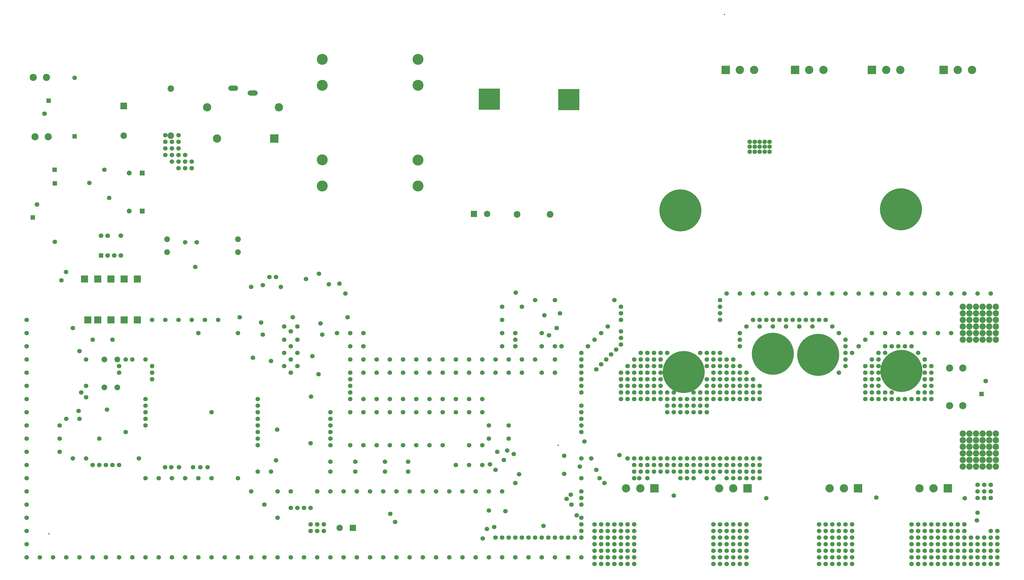
<source format=gbr>
G04 EAGLE Gerber RS-274X export*
G75*
%MOMM*%
%FSLAX34Y34*%
%LPD*%
%INSoldermask Bottom*%
%IPPOS*%
%AMOC8*
5,1,8,0,0,1.08239X$1,22.5*%
G01*
%ADD10C,0.553200*%
%ADD11C,2.203200*%
%ADD12R,1.879600X1.879600*%
%ADD13C,1.879600*%
%ADD14R,1.753200X1.753200*%
%ADD15C,1.753200*%
%ADD16R,1.803200X1.803200*%
%ADD17C,1.803200*%
%ADD18R,3.203200X3.203200*%
%ADD19C,3.203200*%
%ADD20C,2.603200*%
%ADD21C,16.203200*%
%ADD22R,2.743200X2.743200*%
%ADD23C,2.003200*%
%ADD24C,2.743200*%
%ADD25C,2.403200*%
%ADD26C,2.453200*%
%ADD27C,4.219200*%
%ADD28R,2.503200X2.503200*%
%ADD29C,2.503200*%
%ADD30R,2.453200X2.453200*%
%ADD31R,8.203200X8.203200*%


D10*
X2734310Y2039620D03*
X2095500Y381000D03*
X135890Y39370D03*
D11*
X349650Y711200D03*
X399650Y711200D03*
X349650Y603250D03*
X399650Y603250D03*
D12*
X494900Y1282700D03*
D13*
X444900Y1282700D03*
D12*
X494900Y1428750D03*
D13*
X444900Y1428750D03*
D14*
X158750Y1388850D03*
D15*
X158750Y1163850D03*
D11*
X590550Y1174350D03*
X590550Y1124350D03*
X863600Y1174350D03*
X863600Y1124350D03*
D14*
X234950Y1570250D03*
D15*
X234950Y1795250D03*
D16*
X336550Y1111250D03*
D17*
X361950Y1111250D03*
X387350Y1111250D03*
X412750Y1111250D03*
X336550Y1187450D03*
X361950Y1187450D03*
X412750Y1187450D03*
D18*
X1003300Y1562100D03*
D19*
X783300Y1562100D03*
X1021300Y1682100D03*
X745300Y1682100D03*
D16*
X3723838Y578250D03*
D17*
X3739838Y628250D03*
D14*
X158450Y1441450D03*
D15*
X349550Y1441450D03*
D18*
X2739400Y1826530D03*
D19*
X2794000Y1826530D03*
X2848600Y1826530D03*
D18*
X3006100Y1826530D03*
D19*
X3060700Y1826530D03*
X3115300Y1826530D03*
D18*
X3301970Y1826530D03*
D19*
X3356570Y1826530D03*
X3411170Y1826530D03*
D18*
X3577600Y1826530D03*
D19*
X3632200Y1826530D03*
X3686800Y1826530D03*
D18*
X3248650Y214995D03*
D19*
X3194050Y214995D03*
X3139450Y214995D03*
D18*
X3593667Y214995D03*
D19*
X3539067Y214995D03*
X3484467Y214995D03*
D18*
X2465483Y214995D03*
D19*
X2410883Y214995D03*
X2356283Y214995D03*
D18*
X2823200Y214995D03*
D19*
X2768600Y214995D03*
X2714000Y214995D03*
D20*
X2063750Y1270000D03*
X1936750Y1270000D03*
D21*
X3415030Y666750D03*
X3094990Y728980D03*
X2921000Y732790D03*
X2578100Y662940D03*
X2565400Y1285240D03*
X3413760Y1289050D03*
D22*
X273050Y1021100D03*
X323850Y1021100D03*
X374650Y1021100D03*
X425450Y1021100D03*
X476250Y1021100D03*
X285750Y863600D03*
X323850Y863600D03*
X374650Y863600D03*
X425450Y863600D03*
X476250Y863600D03*
D23*
X911150Y1737000D02*
X929150Y1737000D01*
X854150Y1755500D02*
X836150Y1755500D01*
D24*
X133350Y1568450D03*
X82550Y1568450D03*
X3600450Y678226D03*
X3651250Y678226D03*
X3651250Y533036D03*
X3600450Y533036D03*
X76200Y1797050D03*
X127000Y1797050D03*
D25*
X3651250Y787400D03*
X3676650Y787400D03*
X3702050Y787400D03*
X3727450Y787400D03*
X3651250Y812800D03*
X3676650Y812800D03*
X3702050Y812800D03*
X3727450Y812800D03*
X3651250Y838200D03*
X3676650Y838200D03*
X3702050Y838200D03*
X3727450Y838200D03*
X3651250Y863600D03*
X3676650Y863600D03*
X3702050Y863600D03*
X3727450Y863600D03*
X3752850Y787400D03*
X3752850Y812800D03*
X3752850Y838200D03*
X3752850Y863600D03*
X3752850Y889000D03*
X3727450Y889000D03*
X3702050Y889000D03*
X3676650Y889000D03*
X3651250Y889000D03*
X3778250Y838200D03*
X3778250Y812800D03*
X3778250Y787400D03*
X3778250Y863600D03*
X3778250Y889000D03*
X3651250Y914400D03*
X3676650Y914400D03*
X3702050Y914400D03*
X3727450Y914400D03*
X3752850Y914400D03*
X3778250Y914400D03*
D26*
X3651250Y298450D03*
X3676650Y298450D03*
X3702050Y298450D03*
X3727450Y298450D03*
X3651250Y323850D03*
X3676650Y323850D03*
X3702050Y323850D03*
X3727450Y323850D03*
X3651250Y349250D03*
X3676650Y349250D03*
X3702050Y349250D03*
X3727450Y349250D03*
X3651250Y374650D03*
X3676650Y374650D03*
X3702050Y374650D03*
X3727450Y374650D03*
X3752850Y298450D03*
X3752850Y323850D03*
X3752850Y349250D03*
X3752850Y374650D03*
X3752850Y400050D03*
X3727450Y400050D03*
X3702050Y400050D03*
X3676650Y400050D03*
X3651250Y400050D03*
X3778250Y349250D03*
X3778250Y323850D03*
X3778250Y298450D03*
X3778250Y374650D03*
X3778250Y400050D03*
X3651250Y425450D03*
X3676650Y425450D03*
X3702050Y425450D03*
X3727450Y425450D03*
X3752850Y425450D03*
X3778250Y425450D03*
D27*
X1187450Y1866900D03*
X1187450Y1766824D03*
X1187450Y1479550D03*
X1187450Y1379474D03*
X1555750Y1478756D03*
X1555750Y1378680D03*
X1555750Y1866900D03*
X1555750Y1766824D03*
D16*
X135000Y1707750D03*
D17*
X119000Y1657750D03*
D28*
X423850Y1687200D03*
D29*
X423850Y1573200D03*
X604850Y1573200D03*
X604850Y1754200D03*
D16*
X74550Y1257700D03*
D17*
X90550Y1307700D03*
D30*
X1771436Y1271524D03*
D26*
X1822236Y1271524D03*
D30*
X1305520Y62230D03*
D26*
X1254720Y62230D03*
D31*
X1830070Y1713230D03*
X2136140Y1711960D03*
D15*
X292100Y1390650D03*
X2195830Y394970D03*
X2143760Y190500D03*
X2997200Y863600D03*
X2971800Y863600D03*
X2921000Y863600D03*
X2895600Y863600D03*
X2870200Y863600D03*
X3048000Y863600D03*
X3073400Y863600D03*
X3098800Y863600D03*
X3124200Y863600D03*
X3200400Y711200D03*
X3200400Y736600D03*
X3200400Y685800D03*
X3175000Y660400D03*
X3200400Y762000D03*
X2717800Y939800D03*
X2717800Y889000D03*
X2717800Y863600D03*
X2743200Y965200D03*
X3200400Y787400D03*
X3175000Y812800D03*
X3149600Y838200D03*
X3022600Y863600D03*
X2946400Y863600D03*
X2717800Y914400D03*
X2794000Y965200D03*
X2844800Y965200D03*
X2895600Y965200D03*
X2946400Y965200D03*
X2997200Y965200D03*
X3048000Y965200D03*
X3098800Y965200D03*
X3149600Y965200D03*
X3200400Y965200D03*
X3251200Y965200D03*
X3302000Y965200D03*
X3352800Y965200D03*
X3403600Y965200D03*
X3454400Y965200D03*
X3505200Y965200D03*
X3556000Y965200D03*
X3606800Y965200D03*
X3606800Y812800D03*
X3556000Y812800D03*
X3505200Y812800D03*
X3454400Y812800D03*
X3403600Y812800D03*
X3352800Y812800D03*
X3302000Y812800D03*
X3276600Y787400D03*
X3251200Y762000D03*
X3225800Y736600D03*
X3657600Y965200D03*
X3708400Y965200D03*
X3759200Y965200D03*
X3022600Y838200D03*
X3073400Y838200D03*
X2971800Y838200D03*
X2921000Y838200D03*
X2870200Y838200D03*
X2844800Y863600D03*
X2819400Y838200D03*
X2794000Y812800D03*
X2794000Y787400D03*
X2794000Y762000D03*
X3708400Y120650D03*
X2146300Y152400D03*
X3759200Y177800D03*
X3733800Y177800D03*
X3708400Y177800D03*
X3708400Y203200D03*
X3733800Y203200D03*
X3759200Y203200D03*
X3759200Y228600D03*
X3733800Y228600D03*
X3708400Y228600D03*
X1832610Y307340D03*
X2118360Y340360D03*
X2118360Y270510D03*
X1144270Y567690D03*
X1173480Y654050D03*
X1932225Y968475D03*
X2089150Y831850D03*
X2101850Y889000D03*
X1074420Y873760D03*
X1285240Y873760D03*
X1804670Y21590D03*
X1849120Y66040D03*
X2038350Y69850D03*
X582930Y295910D03*
X2059940Y804500D03*
X869950Y873760D03*
X607060Y295910D03*
X746760Y295910D03*
X718820Y295910D03*
X690880Y295910D03*
X636270Y295910D03*
X958850Y806450D03*
X1187450Y806450D03*
X1860550Y355600D03*
X1898650Y360680D03*
X1028700Y990600D03*
X1276350Y965200D03*
X699350Y1067650D03*
X584200Y1574800D03*
X584200Y1549400D03*
X584200Y1524000D03*
X584200Y1498600D03*
X609600Y1498600D03*
X609600Y1524000D03*
X609600Y1549400D03*
X635000Y1549400D03*
X635000Y1524000D03*
X635000Y1498600D03*
X635000Y1574800D03*
X635000Y1473200D03*
X660400Y1473200D03*
X685800Y1473200D03*
X609600Y1473200D03*
X635000Y1447800D03*
X660400Y1447800D03*
X685800Y1447800D03*
X660400Y1498600D03*
X1125220Y1021080D03*
X1174750Y1041400D03*
X914400Y990600D03*
X958850Y996950D03*
X2851150Y1549400D03*
X2870200Y1549400D03*
X2889250Y1549400D03*
X2908300Y1549400D03*
X2832100Y1549400D03*
X2832100Y1530350D03*
X2851150Y1530350D03*
X2870200Y1530350D03*
X2889250Y1530350D03*
X2908300Y1530350D03*
X2908300Y1511300D03*
X2889250Y1511300D03*
X2870200Y1511300D03*
X2851150Y1511300D03*
X2832100Y1511300D03*
X660400Y1162050D03*
X704850Y1162050D03*
X1009745Y1028700D03*
X984181Y1028700D03*
X1253490Y1003300D03*
X1212768Y1000760D03*
X2222500Y330200D03*
X3658870Y176530D03*
X2241550Y285750D03*
X3318510Y179070D03*
X2273300Y234950D03*
X2540000Y186690D03*
X2254250Y254000D03*
X2895600Y176530D03*
X3302000Y660400D03*
X3302000Y635000D03*
X3302000Y609600D03*
X3302000Y584200D03*
X3327400Y584200D03*
X3327400Y609600D03*
X3352800Y584200D03*
X3378200Y558800D03*
X3378200Y584200D03*
X3352800Y558800D03*
X3327400Y558800D03*
X3302000Y558800D03*
X3276600Y558800D03*
X3276600Y584200D03*
X3276600Y609600D03*
X3276600Y635000D03*
X3276600Y660400D03*
X3403600Y558800D03*
X3454400Y558800D03*
X3429000Y558800D03*
X3479800Y558800D03*
X3505200Y558800D03*
X3505200Y584200D03*
X3479800Y584200D03*
X3505200Y609600D03*
X3505200Y635000D03*
X3530600Y635000D03*
X3530600Y609600D03*
X3530600Y584200D03*
X3530600Y558800D03*
X3530600Y660400D03*
X3505200Y660400D03*
X3505200Y685800D03*
X3530600Y685800D03*
X3505200Y711200D03*
X3479800Y736600D03*
X3454400Y762000D03*
X3429000Y762000D03*
X3403600Y762000D03*
X3378200Y762000D03*
X3352800Y736600D03*
X3352800Y762000D03*
X3327400Y736600D03*
X3327400Y711200D03*
X3327400Y685800D03*
X3302000Y685800D03*
X3302000Y711200D03*
X3276600Y685800D03*
X3327400Y660400D03*
X3327400Y635000D03*
X2387600Y254000D03*
X2406650Y254000D03*
X2438400Y254000D03*
X2330450Y342900D03*
X2489200Y711200D03*
X2514600Y736600D03*
X2463800Y660400D03*
X2489200Y609600D03*
X2463800Y609600D03*
X2463800Y635000D03*
X2489200Y635000D03*
X2489200Y660400D03*
X2489200Y685800D03*
X2463800Y685800D03*
X2463800Y711200D03*
X2463800Y736600D03*
X2489200Y736600D03*
X2641600Y736600D03*
X2667000Y736600D03*
X2667000Y711200D03*
X2667000Y685800D03*
X2692400Y685800D03*
X2692400Y711200D03*
X2692400Y736600D03*
X2717800Y736600D03*
X2717800Y711200D03*
X2717800Y685800D03*
X2743200Y685800D03*
X2743200Y711200D03*
X2768600Y711200D03*
X2768600Y685800D03*
X2794000Y685800D03*
X2794000Y660400D03*
X2768600Y660400D03*
X2743200Y660400D03*
X2717800Y660400D03*
X2692400Y660400D03*
X2692400Y635000D03*
X2667000Y635000D03*
X2667000Y609600D03*
X2641600Y584200D03*
X2667000Y584200D03*
X2616200Y558800D03*
X2565400Y558800D03*
X2590800Y558800D03*
X2540000Y558800D03*
X2514600Y584200D03*
X2489200Y584200D03*
X2489200Y558800D03*
X2514600Y558800D03*
X2463800Y558800D03*
X2463800Y584200D03*
X2641600Y558800D03*
X2667000Y558800D03*
X2692400Y558800D03*
X2692400Y584200D03*
X2692400Y609600D03*
X2717800Y609600D03*
X2717800Y635000D03*
X2743200Y635000D03*
X2743200Y609600D03*
X2743200Y584200D03*
X2717800Y584200D03*
X2717800Y558800D03*
X2743200Y558800D03*
X2768600Y558800D03*
X2768600Y584200D03*
X2768600Y609600D03*
X2768600Y635000D03*
X2794000Y635000D03*
X2794000Y609600D03*
X2794000Y584200D03*
X2794000Y558800D03*
X2819400Y558800D03*
X2819400Y584200D03*
X2819400Y609600D03*
X2819400Y635000D03*
X2844800Y609600D03*
X2844800Y635000D03*
X2844800Y584200D03*
X2844800Y558800D03*
X2870200Y558800D03*
X2870200Y584200D03*
X2870200Y609600D03*
X2438400Y558800D03*
X2438400Y584200D03*
X2438400Y609600D03*
X2438400Y635000D03*
X2438400Y660400D03*
X2438400Y685800D03*
X2438400Y711200D03*
X2438400Y736600D03*
X2413000Y736600D03*
X2413000Y711200D03*
X2413000Y685800D03*
X2413000Y660400D03*
X2413000Y635000D03*
X2413000Y609600D03*
X2413000Y584200D03*
X2413000Y558800D03*
X2387600Y558800D03*
X2387600Y584200D03*
X2387600Y609600D03*
X2387600Y660400D03*
X2387600Y635000D03*
X2387600Y685800D03*
X2387600Y711200D03*
X2362200Y685800D03*
X2362200Y635000D03*
X2362200Y660400D03*
X2362200Y609600D03*
X2362200Y584200D03*
X2362200Y558800D03*
X2336800Y558800D03*
X2336800Y584200D03*
X2336800Y609600D03*
X2336800Y635000D03*
X2336800Y660400D03*
X2819400Y660400D03*
X2540000Y584200D03*
X2616200Y584200D03*
X2565400Y533400D03*
X2616200Y533400D03*
X2590800Y533400D03*
X2565400Y508000D03*
X2540000Y508000D03*
X2540000Y533400D03*
X2514600Y533400D03*
X2514600Y508000D03*
X2590800Y508000D03*
X2616200Y508000D03*
X2641600Y508000D03*
X2641600Y533400D03*
X2667000Y533400D03*
X2667000Y508000D03*
X2743200Y254000D03*
X2768600Y254000D03*
X2794000Y254000D03*
X2819400Y254000D03*
X2844800Y254000D03*
X2870200Y254000D03*
X2870200Y279400D03*
X2844800Y279400D03*
X2819400Y279400D03*
X2794000Y279400D03*
X2768600Y279400D03*
X2743200Y279400D03*
X2717800Y279400D03*
X2667000Y279400D03*
X2692400Y254000D03*
X2667000Y254000D03*
X2692400Y279400D03*
X2641600Y279400D03*
X2616200Y279400D03*
X2590800Y279400D03*
X2590800Y254000D03*
X2616200Y254000D03*
X2565400Y254000D03*
X2565400Y279400D03*
X2540000Y279400D03*
X2514600Y279400D03*
X2489200Y279400D03*
X2463800Y279400D03*
X2438400Y279400D03*
X2413000Y279400D03*
X2387600Y279400D03*
X2387600Y304800D03*
X2413000Y304800D03*
X2438400Y304800D03*
X2463800Y304800D03*
X2768600Y304800D03*
X2743200Y304800D03*
X2794000Y304800D03*
X2819400Y304800D03*
X2819400Y330200D03*
X2794000Y330200D03*
X2768600Y330200D03*
X2743200Y330200D03*
X2717800Y330200D03*
X2489200Y304800D03*
X2540000Y304800D03*
X2590800Y304800D03*
X2616200Y304800D03*
X2667000Y304800D03*
X2641600Y304800D03*
X2565400Y304800D03*
X2514600Y304800D03*
X2692400Y304800D03*
X2717800Y304800D03*
X2692400Y330200D03*
X2667000Y330200D03*
X2641600Y330200D03*
X2590800Y330200D03*
X2565400Y330200D03*
X2540000Y330200D03*
X2514600Y330200D03*
X2489200Y330200D03*
X2463800Y330200D03*
X2413000Y330200D03*
X2438400Y330200D03*
X2387600Y330200D03*
X2362200Y330200D03*
X2616200Y330200D03*
X2844800Y304800D03*
X2844800Y330200D03*
X2870200Y330200D03*
X2870200Y304800D03*
X1449070Y116840D03*
X1468120Y85090D03*
X1821180Y58420D03*
X1828800Y129540D03*
X1009650Y322580D03*
X1014095Y441325D03*
X254000Y742950D03*
X260350Y584200D03*
X228600Y831850D03*
X202308Y1047750D03*
X368300Y1333500D03*
X184150Y1016000D03*
X2260600Y76200D03*
X2260600Y50800D03*
X2260600Y25400D03*
X2286000Y25400D03*
X2286000Y50800D03*
X2286000Y76200D03*
X2311400Y76200D03*
X2311400Y50800D03*
X2311400Y25400D03*
X2336800Y25400D03*
X2336800Y50800D03*
X2336800Y76200D03*
X2235200Y76200D03*
X2235200Y50800D03*
X2235200Y25400D03*
X2362200Y25400D03*
X2362200Y50800D03*
X2362200Y76200D03*
X2387600Y76200D03*
X2387600Y50800D03*
X2387600Y25400D03*
X2692400Y76200D03*
X2717800Y76200D03*
X2743200Y76200D03*
X2768600Y76200D03*
X2768600Y50800D03*
X2743200Y50800D03*
X2717800Y50800D03*
X2692400Y50800D03*
X2692400Y25400D03*
X2717800Y25400D03*
X2743200Y25400D03*
X2768600Y25400D03*
X2794000Y25400D03*
X2794000Y50800D03*
X2794000Y76200D03*
X2819400Y76200D03*
X2819400Y50800D03*
X2819400Y25400D03*
X3657600Y76200D03*
X3657600Y50800D03*
X3657600Y25400D03*
X3683000Y25400D03*
X3708400Y25400D03*
X3733800Y25400D03*
X3759200Y25400D03*
X3759200Y50800D03*
X3632200Y76200D03*
X3606800Y76200D03*
X3556000Y76200D03*
X3581400Y76200D03*
X3530600Y76200D03*
X3505200Y76200D03*
X3479800Y76200D03*
X3454400Y76200D03*
X3632200Y50800D03*
X3632200Y25400D03*
X3606800Y25400D03*
X3606800Y50800D03*
X3581400Y50800D03*
X3556000Y50800D03*
X3530600Y50800D03*
X3479800Y50800D03*
X3505200Y50800D03*
X3454400Y50800D03*
X3454400Y25400D03*
X3479800Y25400D03*
X3530600Y25400D03*
X3556000Y25400D03*
X3581400Y25400D03*
X3505200Y25400D03*
X3098800Y76200D03*
X3124200Y76200D03*
X3149600Y76200D03*
X3175000Y76200D03*
X3200400Y76200D03*
X3200400Y50800D03*
X3175000Y50800D03*
X3149600Y50800D03*
X3124200Y50800D03*
X3098800Y50800D03*
X3098800Y25400D03*
X3149600Y25400D03*
X3124200Y25400D03*
X3175000Y25400D03*
X3200400Y25400D03*
X3225800Y25400D03*
X3225800Y50800D03*
X3225800Y76200D03*
X1944370Y269240D03*
X1924050Y346710D03*
X3705860Y91440D03*
X2166620Y110490D03*
X2042160Y881380D03*
X952500Y853200D03*
X1181100Y849630D03*
X2127250Y173990D03*
X2311400Y939800D03*
X2336800Y914400D03*
X2336800Y889000D03*
X2336800Y863600D03*
X2286000Y838200D03*
X2260600Y812800D03*
X2235200Y787400D03*
X2209800Y762000D03*
X2184400Y736600D03*
X2184400Y711200D03*
X2184400Y685800D03*
X2184400Y660400D03*
X2184400Y635000D03*
X2184400Y609600D03*
X2184400Y584200D03*
X2184400Y533400D03*
X2184400Y508000D03*
X2184400Y482600D03*
X2184400Y457200D03*
X2184400Y431800D03*
X2184400Y254000D03*
X2184400Y330200D03*
X2184400Y203200D03*
X2184400Y177800D03*
X2184400Y152400D03*
X2184400Y101600D03*
X2184400Y76200D03*
X2184400Y50800D03*
X2184400Y25400D03*
X2159000Y25400D03*
X2133600Y25400D03*
X2108200Y25400D03*
X2082800Y25400D03*
X2057400Y25400D03*
X2032000Y25400D03*
X2006600Y25400D03*
X1981200Y25400D03*
X1955800Y25400D03*
X1930400Y25400D03*
X1905000Y25400D03*
X1879600Y25400D03*
X1854200Y25400D03*
X1193800Y76200D03*
X1193800Y50800D03*
X1168400Y50800D03*
X1168400Y76200D03*
X1143000Y76200D03*
X1143000Y50800D03*
X457200Y-50800D03*
X50800Y152400D03*
X508000Y457200D03*
X762000Y508000D03*
X939800Y482600D03*
X711200Y812800D03*
X1066800Y819150D03*
X863600Y812800D03*
X1244600Y812800D03*
X304800Y787400D03*
X279400Y711200D03*
X1892300Y127000D03*
X1143000Y388620D03*
X2235200Y0D03*
X2260600Y0D03*
X2286000Y0D03*
X2311400Y0D03*
X2336800Y0D03*
X2362200Y0D03*
X2387600Y0D03*
X2387600Y-25400D03*
X2387600Y-50800D03*
X2387600Y-76200D03*
X2362200Y-76200D03*
X2336800Y-76200D03*
X2311400Y-76200D03*
X2286000Y-76200D03*
X2260600Y-76200D03*
X2260600Y-50800D03*
X2260600Y-25400D03*
X2286000Y-25400D03*
X2311400Y-25400D03*
X2336800Y-25400D03*
X2362200Y-25400D03*
X2362200Y-50800D03*
X2336800Y-50800D03*
X2311400Y-50800D03*
X2286000Y-50800D03*
X2692400Y0D03*
X2692400Y-25400D03*
X2692400Y-50800D03*
X2692400Y-76200D03*
X2717800Y-76200D03*
X2717800Y-50800D03*
X2717800Y-25400D03*
X2717800Y0D03*
X2743200Y0D03*
X2743200Y-25400D03*
X2743200Y-50800D03*
X2743200Y-76200D03*
X2768600Y-76200D03*
X2768600Y-50800D03*
X2768600Y-25400D03*
X2768600Y0D03*
X2794000Y0D03*
X2794000Y-25400D03*
X2794000Y-50800D03*
X2794000Y-76200D03*
X2819400Y0D03*
X2819400Y-25400D03*
X2819400Y-50800D03*
X2819400Y-76200D03*
X3098800Y0D03*
X3098800Y-25400D03*
X3124200Y0D03*
X3124200Y-25400D03*
X3124200Y-50800D03*
X3124200Y-76200D03*
X3098800Y-76200D03*
X3098800Y-50800D03*
X3149600Y-25400D03*
X3149600Y0D03*
X3149600Y-50800D03*
X3149600Y-76200D03*
X3175000Y-76200D03*
X3175000Y-50800D03*
X3175000Y-25400D03*
X3175000Y0D03*
X3200400Y0D03*
X3200400Y-25400D03*
X3200400Y-50800D03*
X3200400Y-76200D03*
X3225800Y-76200D03*
X3225800Y-50800D03*
X3225800Y-25400D03*
X3225800Y0D03*
X3454400Y0D03*
X3454400Y-25400D03*
X3454400Y-50800D03*
X3454400Y-76200D03*
X3479800Y-76200D03*
X3479800Y-50800D03*
X3479800Y-25400D03*
X3479800Y0D03*
X3505200Y0D03*
X3505200Y-25400D03*
X3505200Y-50800D03*
X3505200Y-76200D03*
X3530600Y-76200D03*
X3530600Y-50800D03*
X3530600Y-25400D03*
X3530600Y0D03*
X3556000Y0D03*
X3556000Y-25400D03*
X3556000Y-50800D03*
X3556000Y-76200D03*
X3581400Y-76200D03*
X3581400Y-50800D03*
X3581400Y-25400D03*
X3581400Y0D03*
X3606800Y0D03*
X3606800Y-25400D03*
X3606800Y-50800D03*
X3606800Y-76200D03*
X3632200Y-76200D03*
X3632200Y-50800D03*
X3632200Y-25400D03*
X3632200Y0D03*
X3657600Y0D03*
X3657600Y-25400D03*
X3657600Y-50800D03*
X3657600Y-76200D03*
X3683000Y-76200D03*
X3683000Y-50800D03*
X3683000Y-25400D03*
X3683000Y0D03*
X3708400Y0D03*
X3708400Y-25400D03*
X3708400Y-50800D03*
X3708400Y-76200D03*
X3733800Y-76200D03*
X3733800Y-50800D03*
X3733800Y-25400D03*
X3733800Y0D03*
X3759200Y0D03*
X3759200Y-25400D03*
X3759200Y-50800D03*
X3759200Y-76200D03*
X3784600Y-76200D03*
X3784600Y-50800D03*
X3784600Y-25400D03*
X3784600Y0D03*
X3784600Y25400D03*
X3784600Y50800D03*
X2235200Y-25400D03*
X2235200Y-50800D03*
X2235200Y-76200D03*
X533400Y863600D03*
X584200Y863600D03*
X635000Y863600D03*
X685800Y863600D03*
X736600Y863600D03*
X787400Y863600D03*
X50800Y863600D03*
X50800Y812800D03*
X50800Y762000D03*
X50800Y711200D03*
X50800Y660400D03*
X50800Y609600D03*
X50800Y558800D03*
X50800Y508000D03*
X50800Y457200D03*
X50800Y406400D03*
X50800Y355600D03*
X50800Y304800D03*
X50800Y254000D03*
X50800Y203200D03*
X50800Y101600D03*
X50800Y50800D03*
X50800Y0D03*
X50800Y-50800D03*
X101600Y-50800D03*
X152400Y-50800D03*
X203200Y-50800D03*
X254000Y-50800D03*
X304800Y-50800D03*
X355600Y-50800D03*
X406400Y-50800D03*
X939800Y508000D03*
X939800Y533400D03*
X939800Y558800D03*
X939800Y457200D03*
X939800Y431800D03*
X939800Y406400D03*
X939800Y381000D03*
X1219200Y508000D03*
X1219200Y482600D03*
X1219200Y457200D03*
X1219200Y431800D03*
X1219200Y406400D03*
X1219200Y381000D03*
X1295400Y635000D03*
X1295400Y584200D03*
X1066800Y762000D03*
X1066800Y711200D03*
X1066800Y660400D03*
X1041400Y685800D03*
X1041400Y736600D03*
X1041400Y787400D03*
X1041400Y838200D03*
X1092200Y838200D03*
X1092200Y787400D03*
X1092200Y736600D03*
X1092200Y685800D03*
X1295400Y762000D03*
X1346200Y711200D03*
X1295400Y711200D03*
X1295400Y812800D03*
X1346200Y762000D03*
X1346200Y812800D03*
X381000Y787400D03*
X279400Y609600D03*
X406400Y660400D03*
X533400Y685800D03*
X533400Y660400D03*
X533400Y635000D03*
X508000Y711200D03*
X457200Y711200D03*
X431800Y711200D03*
X406400Y685800D03*
X508000Y558800D03*
X508000Y508000D03*
X508000Y533400D03*
X508000Y482600D03*
X920750Y717550D03*
X990600Y704850D03*
X1149350Y723900D03*
X1143000Y139700D03*
X1117600Y139700D03*
X1092200Y139700D03*
X1066800Y139700D03*
X1219200Y317500D03*
X1314450Y317500D03*
X1428750Y317500D03*
X1517650Y317500D03*
X1314450Y279400D03*
X1219200Y279400D03*
X1428750Y279400D03*
X1517650Y279400D03*
X1828800Y406400D03*
X1905000Y406400D03*
X1905000Y457200D03*
X1828800Y457200D03*
X2178050Y298450D03*
X1885950Y323850D03*
X1854200Y285750D03*
X1930400Y234950D03*
X359410Y518160D03*
X250190Y513080D03*
X2336800Y819150D03*
X2336800Y793750D03*
X2336800Y768350D03*
X2317750Y749300D03*
X2298700Y730250D03*
X2279650Y711200D03*
X2260600Y692150D03*
X2241550Y673100D03*
X914400Y-50800D03*
X508000Y-50800D03*
X558800Y-50800D03*
X609600Y-50800D03*
X660400Y-50800D03*
X711200Y-50800D03*
X762000Y-50800D03*
X812800Y-50800D03*
X863600Y-50800D03*
X965200Y-50800D03*
X1016000Y-50800D03*
X1066800Y-50800D03*
X1117600Y-50800D03*
X1168400Y-50800D03*
X1219200Y-50800D03*
X1270000Y-50800D03*
X1320800Y-50800D03*
X1371600Y-50800D03*
X1422400Y-50800D03*
X1473200Y-50800D03*
X1524000Y-50800D03*
X1574800Y-50800D03*
X1625600Y-50800D03*
X1676400Y-50800D03*
X1727200Y-50800D03*
X1778000Y-50800D03*
X1828800Y-50800D03*
X1879600Y-50800D03*
X1930400Y-50800D03*
X1981200Y-50800D03*
X2032000Y-50800D03*
X2082800Y-50800D03*
X2133600Y-50800D03*
X2184400Y-50800D03*
X1879600Y203200D03*
X1828800Y203200D03*
X1778000Y203200D03*
X1727200Y203200D03*
X1676400Y203200D03*
X1625600Y203200D03*
X1574800Y203200D03*
X1524000Y203200D03*
X1473200Y203200D03*
X1422400Y203200D03*
X1371600Y203200D03*
X1320800Y203200D03*
X1270000Y203200D03*
X1219200Y203200D03*
X1168400Y203200D03*
X1066800Y203200D03*
X939800Y279400D03*
X990600Y279400D03*
X1016000Y203200D03*
X914400Y203200D03*
X965200Y152400D03*
X1016000Y101600D03*
X863600Y254000D03*
X482600Y330200D03*
X762000Y254000D03*
X711200Y254000D03*
X660400Y254000D03*
X609600Y254000D03*
X558800Y254000D03*
X508000Y254000D03*
X381000Y304800D03*
X355600Y304800D03*
X330200Y304800D03*
X406400Y304800D03*
X304800Y304800D03*
X279400Y330200D03*
X228600Y330200D03*
X177800Y355600D03*
X177800Y406400D03*
X177800Y457200D03*
X203200Y482600D03*
X254000Y482600D03*
X431800Y431800D03*
X330200Y406400D03*
X2032000Y812800D03*
X1879600Y914400D03*
X1879600Y863600D03*
X1879600Y812800D03*
X1879600Y762000D03*
X1930400Y762000D03*
X2032000Y762000D03*
X2082800Y762000D03*
X2108200Y762000D03*
X1930400Y812800D03*
X1930400Y787400D03*
X1955800Y914400D03*
X2006600Y939800D03*
X2082800Y939800D03*
X1397000Y711200D03*
X1447800Y711200D03*
X1498600Y711200D03*
X1549400Y711200D03*
X1600200Y711200D03*
X1651000Y711200D03*
X1701800Y711200D03*
X1752600Y711200D03*
X1803400Y711200D03*
X1854200Y711200D03*
X1905000Y711200D03*
X1955800Y711200D03*
X2006600Y711200D03*
X2082800Y711200D03*
X2082800Y660400D03*
X2032000Y660400D03*
X1955800Y660400D03*
X1905000Y660400D03*
X1854200Y660400D03*
X1803400Y660400D03*
X1752600Y660400D03*
X1701800Y660400D03*
X1651000Y660400D03*
X1600200Y660400D03*
X1549400Y660400D03*
X1498600Y660400D03*
X1447800Y660400D03*
X1397000Y660400D03*
X1346200Y660400D03*
X1295400Y660400D03*
X1295400Y609600D03*
X1295400Y558800D03*
X1346200Y558800D03*
X1397000Y558800D03*
X1447800Y558800D03*
X1498600Y558800D03*
X1549400Y558800D03*
X1600200Y558800D03*
X1651000Y558800D03*
X1701800Y558800D03*
X1752600Y558800D03*
X1803400Y558800D03*
X1295400Y508000D03*
X1346200Y508000D03*
X1397000Y508000D03*
X1447800Y508000D03*
X1498600Y508000D03*
X1549400Y508000D03*
X1600200Y508000D03*
X1651000Y508000D03*
X1701800Y508000D03*
X1752600Y508000D03*
X1803400Y508000D03*
X1295400Y381000D03*
X1346200Y381000D03*
X1397000Y381000D03*
X1447800Y381000D03*
X1498600Y381000D03*
X1549400Y381000D03*
X1600200Y381000D03*
X1651000Y381000D03*
X1752600Y381000D03*
X1803400Y381000D03*
X1752600Y304800D03*
X1803400Y304800D03*
X1701800Y304800D03*
X279400Y565150D03*
M02*

</source>
